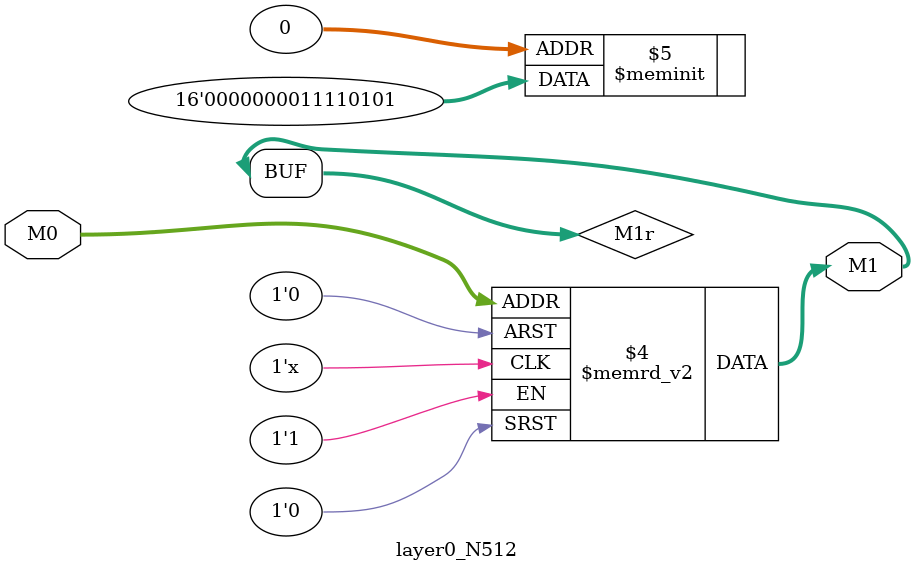
<source format=v>
module layer0_N512 ( input [2:0] M0, output [1:0] M1 );

	(*rom_style = "distributed" *) reg [1:0] M1r;
	assign M1 = M1r;
	always @ (M0) begin
		case (M0)
			3'b000: M1r = 2'b01;
			3'b100: M1r = 2'b00;
			3'b010: M1r = 2'b11;
			3'b110: M1r = 2'b00;
			3'b001: M1r = 2'b01;
			3'b101: M1r = 2'b00;
			3'b011: M1r = 2'b11;
			3'b111: M1r = 2'b00;

		endcase
	end
endmodule

</source>
